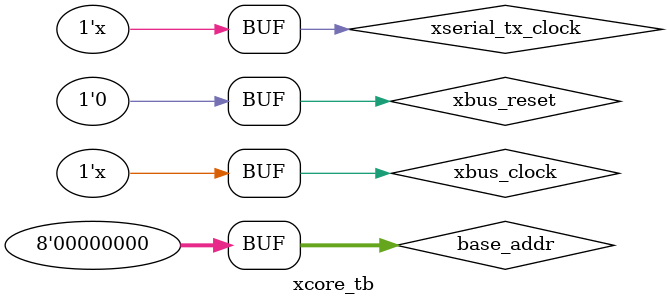
<source format=v>

`timescale 1ns/1ns
module xcore_tb;



   // XBus signals
   reg xbus_clock;
   reg xbus_reset;
   reg xbus_start;
   reg [15:0] xbus_addr;
   reg [1:0] xbus_size;
   reg xbus_read;
   reg xbus_write;
   reg xbus_bip;
   wire [7:0] xbus_data;
   wire xbus_wait;
   wire xbus_error;
   reg xbus_grant;
   reg xbus_request;

   // XSerial signals
   reg xserial_tx_clock;
   wire xserial_tx_data;
   reg xserial_rx_clock;
   reg xserial_rx_data;

   // XCore signals
   reg [15:8] base_addr;


   always
      #5 xbus_clock = ~xbus_clock;


   always
      #10 xserial_tx_clock  = ~xserial_tx_clock;


   initial
      begin
         xbus_clock = 1'b1;
         xserial_tx_clock = 1'b1;
         xbus_reset = 1'b1;
         base_addr[15:8] = 8'b00000000;
         #100 xbus_reset = 1'b0;
      end


   xcore xcore(.base_addr(base_addr),
               .xbus_clock(xbus_clock),
               .xbus_reset(xbus_reset),
               .xbus_start(xbus_start),
               .xbus_request(xbus_request),
               .xbus_grant(xbus_grant),
               .xbus_addr(xbus_addr),
               .xbus_size(xbus_size),
               .xbus_read(xbus_read),
               .xbus_write(xbus_write),
               .xbus_bip(xbus_bip),
               .xbus_data(xbus_data),
               .xbus_wait(xbus_wait),
               .xbus_error(xbus_error),
               .xserial_rx_clock(xserial_rx_clock),
               .xserial_rx_data(xserial_rx_data),
               .xserial_tx_clock(xserial_tx_clock),
               .xserial_tx_data(xserial_tx_data));

endmodule // xcore_tb

</source>
